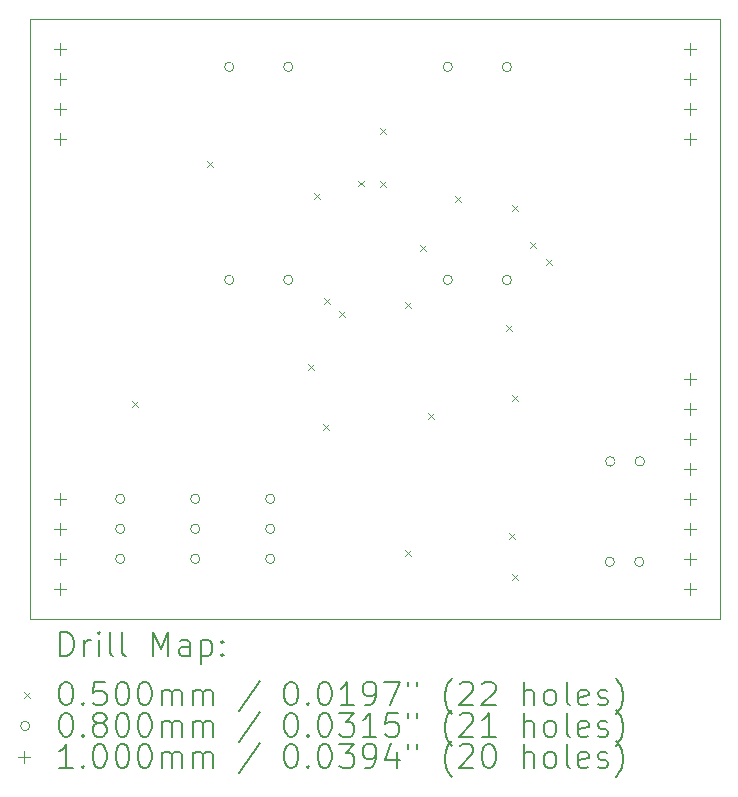
<source format=gbr>
%FSLAX45Y45*%
G04 Gerber Fmt 4.5, Leading zero omitted, Abs format (unit mm)*
G04 Created by KiCad (PCBNEW 6.0.5-2.fc35) date 2022-05-29 07:31:39*
%MOMM*%
%LPD*%
G01*
G04 APERTURE LIST*
%TA.AperFunction,Profile*%
%ADD10C,0.050000*%
%TD*%
%ADD11C,0.200000*%
%ADD12C,0.050000*%
%ADD13C,0.080000*%
%ADD14C,0.100000*%
G04 APERTURE END LIST*
D10*
X14986000Y-6604000D02*
X9144000Y-6604000D01*
X9144000Y-11684000D02*
X14986000Y-11684000D01*
X14986000Y-11684000D02*
X14986000Y-6604000D01*
X9144000Y-6604000D02*
X9144000Y-11684000D01*
D11*
D12*
X10008000Y-9842900D02*
X10058000Y-9892900D01*
X10058000Y-9842900D02*
X10008000Y-9892900D01*
X10643000Y-7810900D02*
X10693000Y-7860900D01*
X10693000Y-7810900D02*
X10643000Y-7860900D01*
X11493900Y-9525400D02*
X11543900Y-9575400D01*
X11543900Y-9525400D02*
X11493900Y-9575400D01*
X11544700Y-8077600D02*
X11594700Y-8127600D01*
X11594700Y-8077600D02*
X11544700Y-8127600D01*
X11620900Y-10033400D02*
X11670900Y-10083400D01*
X11670900Y-10033400D02*
X11620900Y-10083400D01*
X11633600Y-8966600D02*
X11683600Y-9016600D01*
X11683600Y-8966600D02*
X11633600Y-9016600D01*
X11760600Y-9080900D02*
X11810600Y-9130900D01*
X11810600Y-9080900D02*
X11760600Y-9130900D01*
X11921246Y-7972975D02*
X11971246Y-8022975D01*
X11971246Y-7972975D02*
X11921246Y-8022975D01*
X12103500Y-7531500D02*
X12153500Y-7581500D01*
X12153500Y-7531500D02*
X12103500Y-7581500D01*
X12103500Y-7976000D02*
X12153500Y-8026000D01*
X12153500Y-7976000D02*
X12103500Y-8026000D01*
X12319400Y-9004700D02*
X12369400Y-9054700D01*
X12369400Y-9004700D02*
X12319400Y-9054700D01*
X12319400Y-11100200D02*
X12369400Y-11150200D01*
X12369400Y-11100200D02*
X12319400Y-11150200D01*
X12446400Y-8522100D02*
X12496400Y-8572100D01*
X12496400Y-8522100D02*
X12446400Y-8572100D01*
X12509900Y-9944500D02*
X12559900Y-9994500D01*
X12559900Y-9944500D02*
X12509900Y-9994500D01*
X12738500Y-8103000D02*
X12788500Y-8153000D01*
X12788500Y-8103000D02*
X12738500Y-8153000D01*
X13170300Y-9195200D02*
X13220300Y-9245200D01*
X13220300Y-9195200D02*
X13170300Y-9245200D01*
X13195700Y-10960500D02*
X13245700Y-11010500D01*
X13245700Y-10960500D02*
X13195700Y-11010500D01*
X13221100Y-8179200D02*
X13271100Y-8229200D01*
X13271100Y-8179200D02*
X13221100Y-8229200D01*
X13221100Y-9792100D02*
X13271100Y-9842100D01*
X13271100Y-9792100D02*
X13221100Y-9842100D01*
X13221100Y-11303400D02*
X13271100Y-11353400D01*
X13271100Y-11303400D02*
X13221100Y-11353400D01*
X13373500Y-8496700D02*
X13423500Y-8546700D01*
X13423500Y-8496700D02*
X13373500Y-8546700D01*
X13513200Y-8636400D02*
X13563200Y-8686400D01*
X13563200Y-8636400D02*
X13513200Y-8686400D01*
D13*
X9946000Y-10668000D02*
G75*
G03*
X9946000Y-10668000I-40000J0D01*
G01*
X9946000Y-10922000D02*
G75*
G03*
X9946000Y-10922000I-40000J0D01*
G01*
X9946000Y-11176000D02*
G75*
G03*
X9946000Y-11176000I-40000J0D01*
G01*
X10581000Y-10668000D02*
G75*
G03*
X10581000Y-10668000I-40000J0D01*
G01*
X10581000Y-10922000D02*
G75*
G03*
X10581000Y-10922000I-40000J0D01*
G01*
X10581000Y-11176000D02*
G75*
G03*
X10581000Y-11176000I-40000J0D01*
G01*
X10868400Y-7010400D02*
G75*
G03*
X10868400Y-7010400I-40000J0D01*
G01*
X10868400Y-8813800D02*
G75*
G03*
X10868400Y-8813800I-40000J0D01*
G01*
X11216000Y-10668000D02*
G75*
G03*
X11216000Y-10668000I-40000J0D01*
G01*
X11216000Y-10922000D02*
G75*
G03*
X11216000Y-10922000I-40000J0D01*
G01*
X11216000Y-11176000D02*
G75*
G03*
X11216000Y-11176000I-40000J0D01*
G01*
X11368400Y-7010400D02*
G75*
G03*
X11368400Y-7010400I-40000J0D01*
G01*
X11368400Y-8813800D02*
G75*
G03*
X11368400Y-8813800I-40000J0D01*
G01*
X12718600Y-7010400D02*
G75*
G03*
X12718600Y-7010400I-40000J0D01*
G01*
X12718600Y-8813800D02*
G75*
G03*
X12718600Y-8813800I-40000J0D01*
G01*
X13218600Y-7010400D02*
G75*
G03*
X13218600Y-7010400I-40000J0D01*
G01*
X13218600Y-8813800D02*
G75*
G03*
X13218600Y-8813800I-40000J0D01*
G01*
X14090200Y-11201400D02*
G75*
G03*
X14090200Y-11201400I-40000J0D01*
G01*
X14094962Y-10350500D02*
G75*
G03*
X14094962Y-10350500I-40000J0D01*
G01*
X14340200Y-11201400D02*
G75*
G03*
X14340200Y-11201400I-40000J0D01*
G01*
X14344962Y-10350500D02*
G75*
G03*
X14344962Y-10350500I-40000J0D01*
G01*
D14*
X9398000Y-6808000D02*
X9398000Y-6908000D01*
X9348000Y-6858000D02*
X9448000Y-6858000D01*
X9398000Y-7062000D02*
X9398000Y-7162000D01*
X9348000Y-7112000D02*
X9448000Y-7112000D01*
X9398000Y-7316000D02*
X9398000Y-7416000D01*
X9348000Y-7366000D02*
X9448000Y-7366000D01*
X9398000Y-7570000D02*
X9398000Y-7670000D01*
X9348000Y-7620000D02*
X9448000Y-7620000D01*
X9398000Y-10618000D02*
X9398000Y-10718000D01*
X9348000Y-10668000D02*
X9448000Y-10668000D01*
X9398000Y-10872000D02*
X9398000Y-10972000D01*
X9348000Y-10922000D02*
X9448000Y-10922000D01*
X9398000Y-11126000D02*
X9398000Y-11226000D01*
X9348000Y-11176000D02*
X9448000Y-11176000D01*
X9398000Y-11380000D02*
X9398000Y-11480000D01*
X9348000Y-11430000D02*
X9448000Y-11430000D01*
X14732000Y-6808000D02*
X14732000Y-6908000D01*
X14682000Y-6858000D02*
X14782000Y-6858000D01*
X14732000Y-7062000D02*
X14732000Y-7162000D01*
X14682000Y-7112000D02*
X14782000Y-7112000D01*
X14732000Y-7316000D02*
X14732000Y-7416000D01*
X14682000Y-7366000D02*
X14782000Y-7366000D01*
X14732000Y-7570000D02*
X14732000Y-7670000D01*
X14682000Y-7620000D02*
X14782000Y-7620000D01*
X14732000Y-9602000D02*
X14732000Y-9702000D01*
X14682000Y-9652000D02*
X14782000Y-9652000D01*
X14732000Y-9856000D02*
X14732000Y-9956000D01*
X14682000Y-9906000D02*
X14782000Y-9906000D01*
X14732000Y-10110000D02*
X14732000Y-10210000D01*
X14682000Y-10160000D02*
X14782000Y-10160000D01*
X14732000Y-10364000D02*
X14732000Y-10464000D01*
X14682000Y-10414000D02*
X14782000Y-10414000D01*
X14732000Y-10618000D02*
X14732000Y-10718000D01*
X14682000Y-10668000D02*
X14782000Y-10668000D01*
X14732000Y-10872000D02*
X14732000Y-10972000D01*
X14682000Y-10922000D02*
X14782000Y-10922000D01*
X14732000Y-11126000D02*
X14732000Y-11226000D01*
X14682000Y-11176000D02*
X14782000Y-11176000D01*
X14732000Y-11380000D02*
X14732000Y-11480000D01*
X14682000Y-11430000D02*
X14782000Y-11430000D01*
D11*
X9399119Y-11996976D02*
X9399119Y-11796976D01*
X9446738Y-11796976D01*
X9475310Y-11806500D01*
X9494357Y-11825548D01*
X9503881Y-11844595D01*
X9513405Y-11882690D01*
X9513405Y-11911262D01*
X9503881Y-11949357D01*
X9494357Y-11968405D01*
X9475310Y-11987452D01*
X9446738Y-11996976D01*
X9399119Y-11996976D01*
X9599119Y-11996976D02*
X9599119Y-11863643D01*
X9599119Y-11901738D02*
X9608643Y-11882690D01*
X9618167Y-11873167D01*
X9637214Y-11863643D01*
X9656262Y-11863643D01*
X9722929Y-11996976D02*
X9722929Y-11863643D01*
X9722929Y-11796976D02*
X9713405Y-11806500D01*
X9722929Y-11816024D01*
X9732452Y-11806500D01*
X9722929Y-11796976D01*
X9722929Y-11816024D01*
X9846738Y-11996976D02*
X9827690Y-11987452D01*
X9818167Y-11968405D01*
X9818167Y-11796976D01*
X9951500Y-11996976D02*
X9932452Y-11987452D01*
X9922929Y-11968405D01*
X9922929Y-11796976D01*
X10180071Y-11996976D02*
X10180071Y-11796976D01*
X10246738Y-11939833D01*
X10313405Y-11796976D01*
X10313405Y-11996976D01*
X10494357Y-11996976D02*
X10494357Y-11892214D01*
X10484833Y-11873167D01*
X10465786Y-11863643D01*
X10427690Y-11863643D01*
X10408643Y-11873167D01*
X10494357Y-11987452D02*
X10475310Y-11996976D01*
X10427690Y-11996976D01*
X10408643Y-11987452D01*
X10399119Y-11968405D01*
X10399119Y-11949357D01*
X10408643Y-11930309D01*
X10427690Y-11920786D01*
X10475310Y-11920786D01*
X10494357Y-11911262D01*
X10589595Y-11863643D02*
X10589595Y-12063643D01*
X10589595Y-11873167D02*
X10608643Y-11863643D01*
X10646738Y-11863643D01*
X10665786Y-11873167D01*
X10675310Y-11882690D01*
X10684833Y-11901738D01*
X10684833Y-11958881D01*
X10675310Y-11977928D01*
X10665786Y-11987452D01*
X10646738Y-11996976D01*
X10608643Y-11996976D01*
X10589595Y-11987452D01*
X10770548Y-11977928D02*
X10780071Y-11987452D01*
X10770548Y-11996976D01*
X10761024Y-11987452D01*
X10770548Y-11977928D01*
X10770548Y-11996976D01*
X10770548Y-11873167D02*
X10780071Y-11882690D01*
X10770548Y-11892214D01*
X10761024Y-11882690D01*
X10770548Y-11873167D01*
X10770548Y-11892214D01*
D12*
X9091500Y-12301500D02*
X9141500Y-12351500D01*
X9141500Y-12301500D02*
X9091500Y-12351500D01*
D11*
X9437214Y-12216976D02*
X9456262Y-12216976D01*
X9475310Y-12226500D01*
X9484833Y-12236024D01*
X9494357Y-12255071D01*
X9503881Y-12293167D01*
X9503881Y-12340786D01*
X9494357Y-12378881D01*
X9484833Y-12397928D01*
X9475310Y-12407452D01*
X9456262Y-12416976D01*
X9437214Y-12416976D01*
X9418167Y-12407452D01*
X9408643Y-12397928D01*
X9399119Y-12378881D01*
X9389595Y-12340786D01*
X9389595Y-12293167D01*
X9399119Y-12255071D01*
X9408643Y-12236024D01*
X9418167Y-12226500D01*
X9437214Y-12216976D01*
X9589595Y-12397928D02*
X9599119Y-12407452D01*
X9589595Y-12416976D01*
X9580071Y-12407452D01*
X9589595Y-12397928D01*
X9589595Y-12416976D01*
X9780071Y-12216976D02*
X9684833Y-12216976D01*
X9675310Y-12312214D01*
X9684833Y-12302690D01*
X9703881Y-12293167D01*
X9751500Y-12293167D01*
X9770548Y-12302690D01*
X9780071Y-12312214D01*
X9789595Y-12331262D01*
X9789595Y-12378881D01*
X9780071Y-12397928D01*
X9770548Y-12407452D01*
X9751500Y-12416976D01*
X9703881Y-12416976D01*
X9684833Y-12407452D01*
X9675310Y-12397928D01*
X9913405Y-12216976D02*
X9932452Y-12216976D01*
X9951500Y-12226500D01*
X9961024Y-12236024D01*
X9970548Y-12255071D01*
X9980071Y-12293167D01*
X9980071Y-12340786D01*
X9970548Y-12378881D01*
X9961024Y-12397928D01*
X9951500Y-12407452D01*
X9932452Y-12416976D01*
X9913405Y-12416976D01*
X9894357Y-12407452D01*
X9884833Y-12397928D01*
X9875310Y-12378881D01*
X9865786Y-12340786D01*
X9865786Y-12293167D01*
X9875310Y-12255071D01*
X9884833Y-12236024D01*
X9894357Y-12226500D01*
X9913405Y-12216976D01*
X10103881Y-12216976D02*
X10122929Y-12216976D01*
X10141976Y-12226500D01*
X10151500Y-12236024D01*
X10161024Y-12255071D01*
X10170548Y-12293167D01*
X10170548Y-12340786D01*
X10161024Y-12378881D01*
X10151500Y-12397928D01*
X10141976Y-12407452D01*
X10122929Y-12416976D01*
X10103881Y-12416976D01*
X10084833Y-12407452D01*
X10075310Y-12397928D01*
X10065786Y-12378881D01*
X10056262Y-12340786D01*
X10056262Y-12293167D01*
X10065786Y-12255071D01*
X10075310Y-12236024D01*
X10084833Y-12226500D01*
X10103881Y-12216976D01*
X10256262Y-12416976D02*
X10256262Y-12283643D01*
X10256262Y-12302690D02*
X10265786Y-12293167D01*
X10284833Y-12283643D01*
X10313405Y-12283643D01*
X10332452Y-12293167D01*
X10341976Y-12312214D01*
X10341976Y-12416976D01*
X10341976Y-12312214D02*
X10351500Y-12293167D01*
X10370548Y-12283643D01*
X10399119Y-12283643D01*
X10418167Y-12293167D01*
X10427690Y-12312214D01*
X10427690Y-12416976D01*
X10522929Y-12416976D02*
X10522929Y-12283643D01*
X10522929Y-12302690D02*
X10532452Y-12293167D01*
X10551500Y-12283643D01*
X10580071Y-12283643D01*
X10599119Y-12293167D01*
X10608643Y-12312214D01*
X10608643Y-12416976D01*
X10608643Y-12312214D02*
X10618167Y-12293167D01*
X10637214Y-12283643D01*
X10665786Y-12283643D01*
X10684833Y-12293167D01*
X10694357Y-12312214D01*
X10694357Y-12416976D01*
X11084833Y-12207452D02*
X10913405Y-12464595D01*
X11341976Y-12216976D02*
X11361024Y-12216976D01*
X11380071Y-12226500D01*
X11389595Y-12236024D01*
X11399119Y-12255071D01*
X11408643Y-12293167D01*
X11408643Y-12340786D01*
X11399119Y-12378881D01*
X11389595Y-12397928D01*
X11380071Y-12407452D01*
X11361024Y-12416976D01*
X11341976Y-12416976D01*
X11322928Y-12407452D01*
X11313405Y-12397928D01*
X11303881Y-12378881D01*
X11294357Y-12340786D01*
X11294357Y-12293167D01*
X11303881Y-12255071D01*
X11313405Y-12236024D01*
X11322928Y-12226500D01*
X11341976Y-12216976D01*
X11494357Y-12397928D02*
X11503881Y-12407452D01*
X11494357Y-12416976D01*
X11484833Y-12407452D01*
X11494357Y-12397928D01*
X11494357Y-12416976D01*
X11627690Y-12216976D02*
X11646738Y-12216976D01*
X11665786Y-12226500D01*
X11675309Y-12236024D01*
X11684833Y-12255071D01*
X11694357Y-12293167D01*
X11694357Y-12340786D01*
X11684833Y-12378881D01*
X11675309Y-12397928D01*
X11665786Y-12407452D01*
X11646738Y-12416976D01*
X11627690Y-12416976D01*
X11608643Y-12407452D01*
X11599119Y-12397928D01*
X11589595Y-12378881D01*
X11580071Y-12340786D01*
X11580071Y-12293167D01*
X11589595Y-12255071D01*
X11599119Y-12236024D01*
X11608643Y-12226500D01*
X11627690Y-12216976D01*
X11884833Y-12416976D02*
X11770548Y-12416976D01*
X11827690Y-12416976D02*
X11827690Y-12216976D01*
X11808643Y-12245548D01*
X11789595Y-12264595D01*
X11770548Y-12274119D01*
X11980071Y-12416976D02*
X12018167Y-12416976D01*
X12037214Y-12407452D01*
X12046738Y-12397928D01*
X12065786Y-12369357D01*
X12075309Y-12331262D01*
X12075309Y-12255071D01*
X12065786Y-12236024D01*
X12056262Y-12226500D01*
X12037214Y-12216976D01*
X11999119Y-12216976D01*
X11980071Y-12226500D01*
X11970548Y-12236024D01*
X11961024Y-12255071D01*
X11961024Y-12302690D01*
X11970548Y-12321738D01*
X11980071Y-12331262D01*
X11999119Y-12340786D01*
X12037214Y-12340786D01*
X12056262Y-12331262D01*
X12065786Y-12321738D01*
X12075309Y-12302690D01*
X12141976Y-12216976D02*
X12275309Y-12216976D01*
X12189595Y-12416976D01*
X12341976Y-12216976D02*
X12341976Y-12255071D01*
X12418167Y-12216976D02*
X12418167Y-12255071D01*
X12713405Y-12493167D02*
X12703881Y-12483643D01*
X12684833Y-12455071D01*
X12675309Y-12436024D01*
X12665786Y-12407452D01*
X12656262Y-12359833D01*
X12656262Y-12321738D01*
X12665786Y-12274119D01*
X12675309Y-12245548D01*
X12684833Y-12226500D01*
X12703881Y-12197928D01*
X12713405Y-12188405D01*
X12780071Y-12236024D02*
X12789595Y-12226500D01*
X12808643Y-12216976D01*
X12856262Y-12216976D01*
X12875309Y-12226500D01*
X12884833Y-12236024D01*
X12894357Y-12255071D01*
X12894357Y-12274119D01*
X12884833Y-12302690D01*
X12770548Y-12416976D01*
X12894357Y-12416976D01*
X12970548Y-12236024D02*
X12980071Y-12226500D01*
X12999119Y-12216976D01*
X13046738Y-12216976D01*
X13065786Y-12226500D01*
X13075309Y-12236024D01*
X13084833Y-12255071D01*
X13084833Y-12274119D01*
X13075309Y-12302690D01*
X12961024Y-12416976D01*
X13084833Y-12416976D01*
X13322928Y-12416976D02*
X13322928Y-12216976D01*
X13408643Y-12416976D02*
X13408643Y-12312214D01*
X13399119Y-12293167D01*
X13380071Y-12283643D01*
X13351500Y-12283643D01*
X13332452Y-12293167D01*
X13322928Y-12302690D01*
X13532452Y-12416976D02*
X13513405Y-12407452D01*
X13503881Y-12397928D01*
X13494357Y-12378881D01*
X13494357Y-12321738D01*
X13503881Y-12302690D01*
X13513405Y-12293167D01*
X13532452Y-12283643D01*
X13561024Y-12283643D01*
X13580071Y-12293167D01*
X13589595Y-12302690D01*
X13599119Y-12321738D01*
X13599119Y-12378881D01*
X13589595Y-12397928D01*
X13580071Y-12407452D01*
X13561024Y-12416976D01*
X13532452Y-12416976D01*
X13713405Y-12416976D02*
X13694357Y-12407452D01*
X13684833Y-12388405D01*
X13684833Y-12216976D01*
X13865786Y-12407452D02*
X13846738Y-12416976D01*
X13808643Y-12416976D01*
X13789595Y-12407452D01*
X13780071Y-12388405D01*
X13780071Y-12312214D01*
X13789595Y-12293167D01*
X13808643Y-12283643D01*
X13846738Y-12283643D01*
X13865786Y-12293167D01*
X13875309Y-12312214D01*
X13875309Y-12331262D01*
X13780071Y-12350309D01*
X13951500Y-12407452D02*
X13970548Y-12416976D01*
X14008643Y-12416976D01*
X14027690Y-12407452D01*
X14037214Y-12388405D01*
X14037214Y-12378881D01*
X14027690Y-12359833D01*
X14008643Y-12350309D01*
X13980071Y-12350309D01*
X13961024Y-12340786D01*
X13951500Y-12321738D01*
X13951500Y-12312214D01*
X13961024Y-12293167D01*
X13980071Y-12283643D01*
X14008643Y-12283643D01*
X14027690Y-12293167D01*
X14103881Y-12493167D02*
X14113405Y-12483643D01*
X14132452Y-12455071D01*
X14141976Y-12436024D01*
X14151500Y-12407452D01*
X14161024Y-12359833D01*
X14161024Y-12321738D01*
X14151500Y-12274119D01*
X14141976Y-12245548D01*
X14132452Y-12226500D01*
X14113405Y-12197928D01*
X14103881Y-12188405D01*
D13*
X9141500Y-12590500D02*
G75*
G03*
X9141500Y-12590500I-40000J0D01*
G01*
D11*
X9437214Y-12480976D02*
X9456262Y-12480976D01*
X9475310Y-12490500D01*
X9484833Y-12500024D01*
X9494357Y-12519071D01*
X9503881Y-12557167D01*
X9503881Y-12604786D01*
X9494357Y-12642881D01*
X9484833Y-12661928D01*
X9475310Y-12671452D01*
X9456262Y-12680976D01*
X9437214Y-12680976D01*
X9418167Y-12671452D01*
X9408643Y-12661928D01*
X9399119Y-12642881D01*
X9389595Y-12604786D01*
X9389595Y-12557167D01*
X9399119Y-12519071D01*
X9408643Y-12500024D01*
X9418167Y-12490500D01*
X9437214Y-12480976D01*
X9589595Y-12661928D02*
X9599119Y-12671452D01*
X9589595Y-12680976D01*
X9580071Y-12671452D01*
X9589595Y-12661928D01*
X9589595Y-12680976D01*
X9713405Y-12566690D02*
X9694357Y-12557167D01*
X9684833Y-12547643D01*
X9675310Y-12528595D01*
X9675310Y-12519071D01*
X9684833Y-12500024D01*
X9694357Y-12490500D01*
X9713405Y-12480976D01*
X9751500Y-12480976D01*
X9770548Y-12490500D01*
X9780071Y-12500024D01*
X9789595Y-12519071D01*
X9789595Y-12528595D01*
X9780071Y-12547643D01*
X9770548Y-12557167D01*
X9751500Y-12566690D01*
X9713405Y-12566690D01*
X9694357Y-12576214D01*
X9684833Y-12585738D01*
X9675310Y-12604786D01*
X9675310Y-12642881D01*
X9684833Y-12661928D01*
X9694357Y-12671452D01*
X9713405Y-12680976D01*
X9751500Y-12680976D01*
X9770548Y-12671452D01*
X9780071Y-12661928D01*
X9789595Y-12642881D01*
X9789595Y-12604786D01*
X9780071Y-12585738D01*
X9770548Y-12576214D01*
X9751500Y-12566690D01*
X9913405Y-12480976D02*
X9932452Y-12480976D01*
X9951500Y-12490500D01*
X9961024Y-12500024D01*
X9970548Y-12519071D01*
X9980071Y-12557167D01*
X9980071Y-12604786D01*
X9970548Y-12642881D01*
X9961024Y-12661928D01*
X9951500Y-12671452D01*
X9932452Y-12680976D01*
X9913405Y-12680976D01*
X9894357Y-12671452D01*
X9884833Y-12661928D01*
X9875310Y-12642881D01*
X9865786Y-12604786D01*
X9865786Y-12557167D01*
X9875310Y-12519071D01*
X9884833Y-12500024D01*
X9894357Y-12490500D01*
X9913405Y-12480976D01*
X10103881Y-12480976D02*
X10122929Y-12480976D01*
X10141976Y-12490500D01*
X10151500Y-12500024D01*
X10161024Y-12519071D01*
X10170548Y-12557167D01*
X10170548Y-12604786D01*
X10161024Y-12642881D01*
X10151500Y-12661928D01*
X10141976Y-12671452D01*
X10122929Y-12680976D01*
X10103881Y-12680976D01*
X10084833Y-12671452D01*
X10075310Y-12661928D01*
X10065786Y-12642881D01*
X10056262Y-12604786D01*
X10056262Y-12557167D01*
X10065786Y-12519071D01*
X10075310Y-12500024D01*
X10084833Y-12490500D01*
X10103881Y-12480976D01*
X10256262Y-12680976D02*
X10256262Y-12547643D01*
X10256262Y-12566690D02*
X10265786Y-12557167D01*
X10284833Y-12547643D01*
X10313405Y-12547643D01*
X10332452Y-12557167D01*
X10341976Y-12576214D01*
X10341976Y-12680976D01*
X10341976Y-12576214D02*
X10351500Y-12557167D01*
X10370548Y-12547643D01*
X10399119Y-12547643D01*
X10418167Y-12557167D01*
X10427690Y-12576214D01*
X10427690Y-12680976D01*
X10522929Y-12680976D02*
X10522929Y-12547643D01*
X10522929Y-12566690D02*
X10532452Y-12557167D01*
X10551500Y-12547643D01*
X10580071Y-12547643D01*
X10599119Y-12557167D01*
X10608643Y-12576214D01*
X10608643Y-12680976D01*
X10608643Y-12576214D02*
X10618167Y-12557167D01*
X10637214Y-12547643D01*
X10665786Y-12547643D01*
X10684833Y-12557167D01*
X10694357Y-12576214D01*
X10694357Y-12680976D01*
X11084833Y-12471452D02*
X10913405Y-12728595D01*
X11341976Y-12480976D02*
X11361024Y-12480976D01*
X11380071Y-12490500D01*
X11389595Y-12500024D01*
X11399119Y-12519071D01*
X11408643Y-12557167D01*
X11408643Y-12604786D01*
X11399119Y-12642881D01*
X11389595Y-12661928D01*
X11380071Y-12671452D01*
X11361024Y-12680976D01*
X11341976Y-12680976D01*
X11322928Y-12671452D01*
X11313405Y-12661928D01*
X11303881Y-12642881D01*
X11294357Y-12604786D01*
X11294357Y-12557167D01*
X11303881Y-12519071D01*
X11313405Y-12500024D01*
X11322928Y-12490500D01*
X11341976Y-12480976D01*
X11494357Y-12661928D02*
X11503881Y-12671452D01*
X11494357Y-12680976D01*
X11484833Y-12671452D01*
X11494357Y-12661928D01*
X11494357Y-12680976D01*
X11627690Y-12480976D02*
X11646738Y-12480976D01*
X11665786Y-12490500D01*
X11675309Y-12500024D01*
X11684833Y-12519071D01*
X11694357Y-12557167D01*
X11694357Y-12604786D01*
X11684833Y-12642881D01*
X11675309Y-12661928D01*
X11665786Y-12671452D01*
X11646738Y-12680976D01*
X11627690Y-12680976D01*
X11608643Y-12671452D01*
X11599119Y-12661928D01*
X11589595Y-12642881D01*
X11580071Y-12604786D01*
X11580071Y-12557167D01*
X11589595Y-12519071D01*
X11599119Y-12500024D01*
X11608643Y-12490500D01*
X11627690Y-12480976D01*
X11761024Y-12480976D02*
X11884833Y-12480976D01*
X11818167Y-12557167D01*
X11846738Y-12557167D01*
X11865786Y-12566690D01*
X11875309Y-12576214D01*
X11884833Y-12595262D01*
X11884833Y-12642881D01*
X11875309Y-12661928D01*
X11865786Y-12671452D01*
X11846738Y-12680976D01*
X11789595Y-12680976D01*
X11770548Y-12671452D01*
X11761024Y-12661928D01*
X12075309Y-12680976D02*
X11961024Y-12680976D01*
X12018167Y-12680976D02*
X12018167Y-12480976D01*
X11999119Y-12509548D01*
X11980071Y-12528595D01*
X11961024Y-12538119D01*
X12256262Y-12480976D02*
X12161024Y-12480976D01*
X12151500Y-12576214D01*
X12161024Y-12566690D01*
X12180071Y-12557167D01*
X12227690Y-12557167D01*
X12246738Y-12566690D01*
X12256262Y-12576214D01*
X12265786Y-12595262D01*
X12265786Y-12642881D01*
X12256262Y-12661928D01*
X12246738Y-12671452D01*
X12227690Y-12680976D01*
X12180071Y-12680976D01*
X12161024Y-12671452D01*
X12151500Y-12661928D01*
X12341976Y-12480976D02*
X12341976Y-12519071D01*
X12418167Y-12480976D02*
X12418167Y-12519071D01*
X12713405Y-12757167D02*
X12703881Y-12747643D01*
X12684833Y-12719071D01*
X12675309Y-12700024D01*
X12665786Y-12671452D01*
X12656262Y-12623833D01*
X12656262Y-12585738D01*
X12665786Y-12538119D01*
X12675309Y-12509548D01*
X12684833Y-12490500D01*
X12703881Y-12461928D01*
X12713405Y-12452405D01*
X12780071Y-12500024D02*
X12789595Y-12490500D01*
X12808643Y-12480976D01*
X12856262Y-12480976D01*
X12875309Y-12490500D01*
X12884833Y-12500024D01*
X12894357Y-12519071D01*
X12894357Y-12538119D01*
X12884833Y-12566690D01*
X12770548Y-12680976D01*
X12894357Y-12680976D01*
X13084833Y-12680976D02*
X12970548Y-12680976D01*
X13027690Y-12680976D02*
X13027690Y-12480976D01*
X13008643Y-12509548D01*
X12989595Y-12528595D01*
X12970548Y-12538119D01*
X13322928Y-12680976D02*
X13322928Y-12480976D01*
X13408643Y-12680976D02*
X13408643Y-12576214D01*
X13399119Y-12557167D01*
X13380071Y-12547643D01*
X13351500Y-12547643D01*
X13332452Y-12557167D01*
X13322928Y-12566690D01*
X13532452Y-12680976D02*
X13513405Y-12671452D01*
X13503881Y-12661928D01*
X13494357Y-12642881D01*
X13494357Y-12585738D01*
X13503881Y-12566690D01*
X13513405Y-12557167D01*
X13532452Y-12547643D01*
X13561024Y-12547643D01*
X13580071Y-12557167D01*
X13589595Y-12566690D01*
X13599119Y-12585738D01*
X13599119Y-12642881D01*
X13589595Y-12661928D01*
X13580071Y-12671452D01*
X13561024Y-12680976D01*
X13532452Y-12680976D01*
X13713405Y-12680976D02*
X13694357Y-12671452D01*
X13684833Y-12652405D01*
X13684833Y-12480976D01*
X13865786Y-12671452D02*
X13846738Y-12680976D01*
X13808643Y-12680976D01*
X13789595Y-12671452D01*
X13780071Y-12652405D01*
X13780071Y-12576214D01*
X13789595Y-12557167D01*
X13808643Y-12547643D01*
X13846738Y-12547643D01*
X13865786Y-12557167D01*
X13875309Y-12576214D01*
X13875309Y-12595262D01*
X13780071Y-12614309D01*
X13951500Y-12671452D02*
X13970548Y-12680976D01*
X14008643Y-12680976D01*
X14027690Y-12671452D01*
X14037214Y-12652405D01*
X14037214Y-12642881D01*
X14027690Y-12623833D01*
X14008643Y-12614309D01*
X13980071Y-12614309D01*
X13961024Y-12604786D01*
X13951500Y-12585738D01*
X13951500Y-12576214D01*
X13961024Y-12557167D01*
X13980071Y-12547643D01*
X14008643Y-12547643D01*
X14027690Y-12557167D01*
X14103881Y-12757167D02*
X14113405Y-12747643D01*
X14132452Y-12719071D01*
X14141976Y-12700024D01*
X14151500Y-12671452D01*
X14161024Y-12623833D01*
X14161024Y-12585738D01*
X14151500Y-12538119D01*
X14141976Y-12509548D01*
X14132452Y-12490500D01*
X14113405Y-12461928D01*
X14103881Y-12452405D01*
D14*
X9091500Y-12804500D02*
X9091500Y-12904500D01*
X9041500Y-12854500D02*
X9141500Y-12854500D01*
D11*
X9503881Y-12944976D02*
X9389595Y-12944976D01*
X9446738Y-12944976D02*
X9446738Y-12744976D01*
X9427690Y-12773548D01*
X9408643Y-12792595D01*
X9389595Y-12802119D01*
X9589595Y-12925928D02*
X9599119Y-12935452D01*
X9589595Y-12944976D01*
X9580071Y-12935452D01*
X9589595Y-12925928D01*
X9589595Y-12944976D01*
X9722929Y-12744976D02*
X9741976Y-12744976D01*
X9761024Y-12754500D01*
X9770548Y-12764024D01*
X9780071Y-12783071D01*
X9789595Y-12821167D01*
X9789595Y-12868786D01*
X9780071Y-12906881D01*
X9770548Y-12925928D01*
X9761024Y-12935452D01*
X9741976Y-12944976D01*
X9722929Y-12944976D01*
X9703881Y-12935452D01*
X9694357Y-12925928D01*
X9684833Y-12906881D01*
X9675310Y-12868786D01*
X9675310Y-12821167D01*
X9684833Y-12783071D01*
X9694357Y-12764024D01*
X9703881Y-12754500D01*
X9722929Y-12744976D01*
X9913405Y-12744976D02*
X9932452Y-12744976D01*
X9951500Y-12754500D01*
X9961024Y-12764024D01*
X9970548Y-12783071D01*
X9980071Y-12821167D01*
X9980071Y-12868786D01*
X9970548Y-12906881D01*
X9961024Y-12925928D01*
X9951500Y-12935452D01*
X9932452Y-12944976D01*
X9913405Y-12944976D01*
X9894357Y-12935452D01*
X9884833Y-12925928D01*
X9875310Y-12906881D01*
X9865786Y-12868786D01*
X9865786Y-12821167D01*
X9875310Y-12783071D01*
X9884833Y-12764024D01*
X9894357Y-12754500D01*
X9913405Y-12744976D01*
X10103881Y-12744976D02*
X10122929Y-12744976D01*
X10141976Y-12754500D01*
X10151500Y-12764024D01*
X10161024Y-12783071D01*
X10170548Y-12821167D01*
X10170548Y-12868786D01*
X10161024Y-12906881D01*
X10151500Y-12925928D01*
X10141976Y-12935452D01*
X10122929Y-12944976D01*
X10103881Y-12944976D01*
X10084833Y-12935452D01*
X10075310Y-12925928D01*
X10065786Y-12906881D01*
X10056262Y-12868786D01*
X10056262Y-12821167D01*
X10065786Y-12783071D01*
X10075310Y-12764024D01*
X10084833Y-12754500D01*
X10103881Y-12744976D01*
X10256262Y-12944976D02*
X10256262Y-12811643D01*
X10256262Y-12830690D02*
X10265786Y-12821167D01*
X10284833Y-12811643D01*
X10313405Y-12811643D01*
X10332452Y-12821167D01*
X10341976Y-12840214D01*
X10341976Y-12944976D01*
X10341976Y-12840214D02*
X10351500Y-12821167D01*
X10370548Y-12811643D01*
X10399119Y-12811643D01*
X10418167Y-12821167D01*
X10427690Y-12840214D01*
X10427690Y-12944976D01*
X10522929Y-12944976D02*
X10522929Y-12811643D01*
X10522929Y-12830690D02*
X10532452Y-12821167D01*
X10551500Y-12811643D01*
X10580071Y-12811643D01*
X10599119Y-12821167D01*
X10608643Y-12840214D01*
X10608643Y-12944976D01*
X10608643Y-12840214D02*
X10618167Y-12821167D01*
X10637214Y-12811643D01*
X10665786Y-12811643D01*
X10684833Y-12821167D01*
X10694357Y-12840214D01*
X10694357Y-12944976D01*
X11084833Y-12735452D02*
X10913405Y-12992595D01*
X11341976Y-12744976D02*
X11361024Y-12744976D01*
X11380071Y-12754500D01*
X11389595Y-12764024D01*
X11399119Y-12783071D01*
X11408643Y-12821167D01*
X11408643Y-12868786D01*
X11399119Y-12906881D01*
X11389595Y-12925928D01*
X11380071Y-12935452D01*
X11361024Y-12944976D01*
X11341976Y-12944976D01*
X11322928Y-12935452D01*
X11313405Y-12925928D01*
X11303881Y-12906881D01*
X11294357Y-12868786D01*
X11294357Y-12821167D01*
X11303881Y-12783071D01*
X11313405Y-12764024D01*
X11322928Y-12754500D01*
X11341976Y-12744976D01*
X11494357Y-12925928D02*
X11503881Y-12935452D01*
X11494357Y-12944976D01*
X11484833Y-12935452D01*
X11494357Y-12925928D01*
X11494357Y-12944976D01*
X11627690Y-12744976D02*
X11646738Y-12744976D01*
X11665786Y-12754500D01*
X11675309Y-12764024D01*
X11684833Y-12783071D01*
X11694357Y-12821167D01*
X11694357Y-12868786D01*
X11684833Y-12906881D01*
X11675309Y-12925928D01*
X11665786Y-12935452D01*
X11646738Y-12944976D01*
X11627690Y-12944976D01*
X11608643Y-12935452D01*
X11599119Y-12925928D01*
X11589595Y-12906881D01*
X11580071Y-12868786D01*
X11580071Y-12821167D01*
X11589595Y-12783071D01*
X11599119Y-12764024D01*
X11608643Y-12754500D01*
X11627690Y-12744976D01*
X11761024Y-12744976D02*
X11884833Y-12744976D01*
X11818167Y-12821167D01*
X11846738Y-12821167D01*
X11865786Y-12830690D01*
X11875309Y-12840214D01*
X11884833Y-12859262D01*
X11884833Y-12906881D01*
X11875309Y-12925928D01*
X11865786Y-12935452D01*
X11846738Y-12944976D01*
X11789595Y-12944976D01*
X11770548Y-12935452D01*
X11761024Y-12925928D01*
X11980071Y-12944976D02*
X12018167Y-12944976D01*
X12037214Y-12935452D01*
X12046738Y-12925928D01*
X12065786Y-12897357D01*
X12075309Y-12859262D01*
X12075309Y-12783071D01*
X12065786Y-12764024D01*
X12056262Y-12754500D01*
X12037214Y-12744976D01*
X11999119Y-12744976D01*
X11980071Y-12754500D01*
X11970548Y-12764024D01*
X11961024Y-12783071D01*
X11961024Y-12830690D01*
X11970548Y-12849738D01*
X11980071Y-12859262D01*
X11999119Y-12868786D01*
X12037214Y-12868786D01*
X12056262Y-12859262D01*
X12065786Y-12849738D01*
X12075309Y-12830690D01*
X12246738Y-12811643D02*
X12246738Y-12944976D01*
X12199119Y-12735452D02*
X12151500Y-12878309D01*
X12275309Y-12878309D01*
X12341976Y-12744976D02*
X12341976Y-12783071D01*
X12418167Y-12744976D02*
X12418167Y-12783071D01*
X12713405Y-13021167D02*
X12703881Y-13011643D01*
X12684833Y-12983071D01*
X12675309Y-12964024D01*
X12665786Y-12935452D01*
X12656262Y-12887833D01*
X12656262Y-12849738D01*
X12665786Y-12802119D01*
X12675309Y-12773548D01*
X12684833Y-12754500D01*
X12703881Y-12725928D01*
X12713405Y-12716405D01*
X12780071Y-12764024D02*
X12789595Y-12754500D01*
X12808643Y-12744976D01*
X12856262Y-12744976D01*
X12875309Y-12754500D01*
X12884833Y-12764024D01*
X12894357Y-12783071D01*
X12894357Y-12802119D01*
X12884833Y-12830690D01*
X12770548Y-12944976D01*
X12894357Y-12944976D01*
X13018167Y-12744976D02*
X13037214Y-12744976D01*
X13056262Y-12754500D01*
X13065786Y-12764024D01*
X13075309Y-12783071D01*
X13084833Y-12821167D01*
X13084833Y-12868786D01*
X13075309Y-12906881D01*
X13065786Y-12925928D01*
X13056262Y-12935452D01*
X13037214Y-12944976D01*
X13018167Y-12944976D01*
X12999119Y-12935452D01*
X12989595Y-12925928D01*
X12980071Y-12906881D01*
X12970548Y-12868786D01*
X12970548Y-12821167D01*
X12980071Y-12783071D01*
X12989595Y-12764024D01*
X12999119Y-12754500D01*
X13018167Y-12744976D01*
X13322928Y-12944976D02*
X13322928Y-12744976D01*
X13408643Y-12944976D02*
X13408643Y-12840214D01*
X13399119Y-12821167D01*
X13380071Y-12811643D01*
X13351500Y-12811643D01*
X13332452Y-12821167D01*
X13322928Y-12830690D01*
X13532452Y-12944976D02*
X13513405Y-12935452D01*
X13503881Y-12925928D01*
X13494357Y-12906881D01*
X13494357Y-12849738D01*
X13503881Y-12830690D01*
X13513405Y-12821167D01*
X13532452Y-12811643D01*
X13561024Y-12811643D01*
X13580071Y-12821167D01*
X13589595Y-12830690D01*
X13599119Y-12849738D01*
X13599119Y-12906881D01*
X13589595Y-12925928D01*
X13580071Y-12935452D01*
X13561024Y-12944976D01*
X13532452Y-12944976D01*
X13713405Y-12944976D02*
X13694357Y-12935452D01*
X13684833Y-12916405D01*
X13684833Y-12744976D01*
X13865786Y-12935452D02*
X13846738Y-12944976D01*
X13808643Y-12944976D01*
X13789595Y-12935452D01*
X13780071Y-12916405D01*
X13780071Y-12840214D01*
X13789595Y-12821167D01*
X13808643Y-12811643D01*
X13846738Y-12811643D01*
X13865786Y-12821167D01*
X13875309Y-12840214D01*
X13875309Y-12859262D01*
X13780071Y-12878309D01*
X13951500Y-12935452D02*
X13970548Y-12944976D01*
X14008643Y-12944976D01*
X14027690Y-12935452D01*
X14037214Y-12916405D01*
X14037214Y-12906881D01*
X14027690Y-12887833D01*
X14008643Y-12878309D01*
X13980071Y-12878309D01*
X13961024Y-12868786D01*
X13951500Y-12849738D01*
X13951500Y-12840214D01*
X13961024Y-12821167D01*
X13980071Y-12811643D01*
X14008643Y-12811643D01*
X14027690Y-12821167D01*
X14103881Y-13021167D02*
X14113405Y-13011643D01*
X14132452Y-12983071D01*
X14141976Y-12964024D01*
X14151500Y-12935452D01*
X14161024Y-12887833D01*
X14161024Y-12849738D01*
X14151500Y-12802119D01*
X14141976Y-12773548D01*
X14132452Y-12754500D01*
X14113405Y-12725928D01*
X14103881Y-12716405D01*
M02*

</source>
